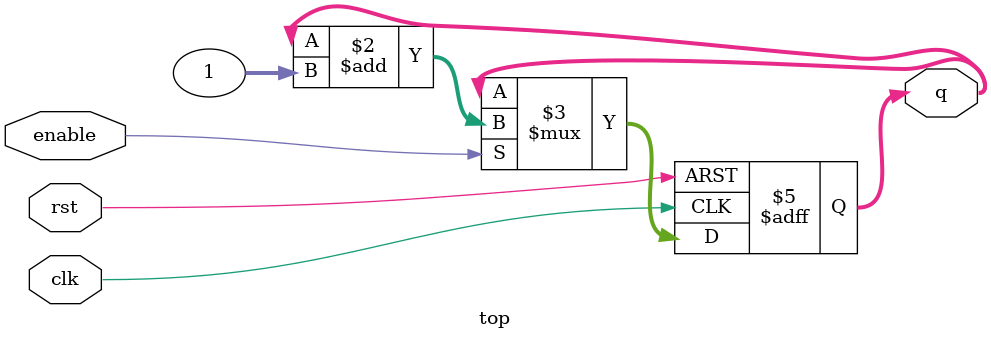
<source format=sv>
module top  #(
  parameter width = 64
)( 
  input logic clk,  
  input logic rst,  
  input logic enable,  
  output logic [width-1:0] q  
);
  
always_ff @(posedge clk or posedge rst) begin
    if (rst)
        q <= 0;
    else if (enable) begin
      
            q <=  q + 1; 
    end
end

endmodule

</source>
